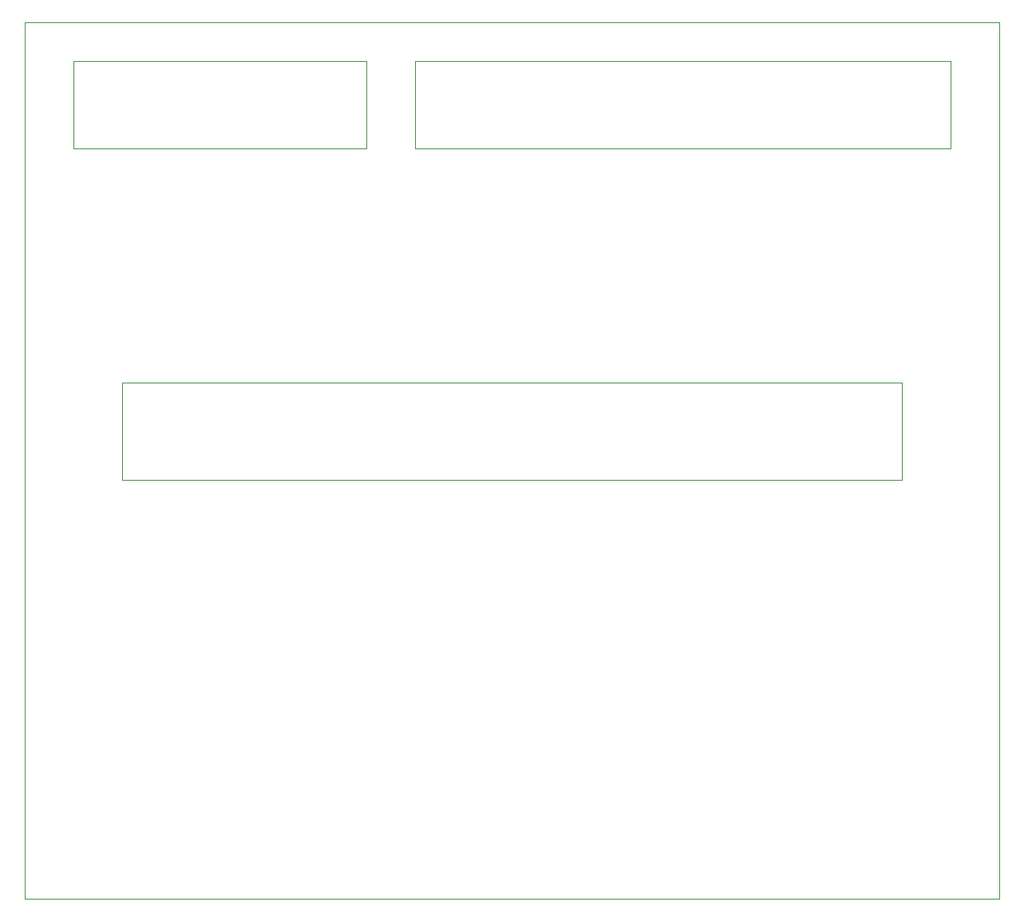
<source format=gbr>
G04 (created by PCBNEW (2013-07-07 BZR 4022)-stable) date 2014/09/08 2:45:12*
%MOIN*%
G04 Gerber Fmt 3.4, Leading zero omitted, Abs format*
%FSLAX34Y34*%
G01*
G70*
G90*
G04 APERTURE LIST*
%ADD10C,0.00590551*%
%ADD11C,0.00393701*%
G04 APERTURE END LIST*
G54D10*
G54D11*
X0Y0D02*
G75*
G03X0Y0I0J0D01*
G74*
G01*
X0Y0D02*
X0Y0D01*
X0Y0D02*
X0Y0D01*
X37401Y30314D02*
X15748Y30314D01*
X37401Y33858D02*
X37401Y30314D01*
X15748Y33858D02*
X37401Y33858D01*
X15748Y30314D02*
X15748Y33858D01*
X13779Y30314D02*
X1968Y30314D01*
X13779Y33858D02*
X13779Y30314D01*
X1968Y33858D02*
X13779Y33858D01*
X1968Y30314D02*
X1968Y33858D01*
X35433Y20866D02*
X3937Y20866D01*
X35433Y16929D02*
X35433Y20866D01*
X3937Y16929D02*
X35433Y16929D01*
X3937Y20866D02*
X3937Y16929D01*
X39370Y0D02*
X0Y0D01*
X39370Y35433D02*
X39370Y0D01*
X0Y35433D02*
X39370Y35433D01*
X0Y0D02*
X0Y35433D01*
M02*

</source>
